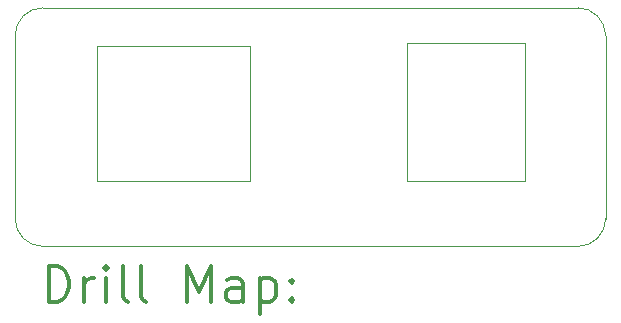
<source format=gbr>
%FSLAX45Y45*%
G04 Gerber Fmt 4.5, Leading zero omitted, Abs format (unit mm)*
G04 Created by KiCad (PCBNEW (5.1.10)-1) date 2022-01-19 22:44:34*
%MOMM*%
%LPD*%
G01*
G04 APERTURE LIST*
%TA.AperFunction,Profile*%
%ADD10C,0.050000*%
%TD*%
%ADD11C,0.200000*%
%ADD12C,0.300000*%
G04 APERTURE END LIST*
D10*
X16445000Y-10240000D02*
X16445000Y-9070000D01*
X17445000Y-10240000D02*
X16445000Y-10240000D01*
X17445000Y-9070000D02*
X17445000Y-10240000D01*
X16445000Y-9070000D02*
X17445000Y-9070000D01*
X13820000Y-10240000D02*
X13820000Y-9090000D01*
X15120000Y-10240000D02*
X13820000Y-10240000D01*
X15120000Y-9090000D02*
X15120000Y-10240000D01*
X13820000Y-9090000D02*
X15120000Y-9090000D01*
X13130000Y-10555000D02*
G75*
G03*
X13365000Y-10790000I235000J0D01*
G01*
X17895000Y-10790000D02*
G75*
G03*
X18130000Y-10555000I0J235000D01*
G01*
X18130000Y-9005000D02*
G75*
G03*
X17895000Y-8770000I-235000J0D01*
G01*
X13365000Y-8770000D02*
G75*
G03*
X13130000Y-9005000I0J-235000D01*
G01*
X18130000Y-9005000D02*
X18130000Y-10555000D01*
X13130000Y-9005000D02*
X13130000Y-10555000D01*
X13365000Y-10790000D02*
X17895000Y-10790000D01*
X13365000Y-8770000D02*
X17895000Y-8770000D01*
D11*
D12*
X13413928Y-11258214D02*
X13413928Y-10958214D01*
X13485357Y-10958214D01*
X13528214Y-10972500D01*
X13556786Y-11001072D01*
X13571071Y-11029643D01*
X13585357Y-11086786D01*
X13585357Y-11129643D01*
X13571071Y-11186786D01*
X13556786Y-11215357D01*
X13528214Y-11243929D01*
X13485357Y-11258214D01*
X13413928Y-11258214D01*
X13713928Y-11258214D02*
X13713928Y-11058214D01*
X13713928Y-11115357D02*
X13728214Y-11086786D01*
X13742500Y-11072500D01*
X13771071Y-11058214D01*
X13799643Y-11058214D01*
X13899643Y-11258214D02*
X13899643Y-11058214D01*
X13899643Y-10958214D02*
X13885357Y-10972500D01*
X13899643Y-10986786D01*
X13913928Y-10972500D01*
X13899643Y-10958214D01*
X13899643Y-10986786D01*
X14085357Y-11258214D02*
X14056786Y-11243929D01*
X14042500Y-11215357D01*
X14042500Y-10958214D01*
X14242500Y-11258214D02*
X14213928Y-11243929D01*
X14199643Y-11215357D01*
X14199643Y-10958214D01*
X14585357Y-11258214D02*
X14585357Y-10958214D01*
X14685357Y-11172500D01*
X14785357Y-10958214D01*
X14785357Y-11258214D01*
X15056786Y-11258214D02*
X15056786Y-11101072D01*
X15042500Y-11072500D01*
X15013928Y-11058214D01*
X14956786Y-11058214D01*
X14928214Y-11072500D01*
X15056786Y-11243929D02*
X15028214Y-11258214D01*
X14956786Y-11258214D01*
X14928214Y-11243929D01*
X14913928Y-11215357D01*
X14913928Y-11186786D01*
X14928214Y-11158214D01*
X14956786Y-11143929D01*
X15028214Y-11143929D01*
X15056786Y-11129643D01*
X15199643Y-11058214D02*
X15199643Y-11358214D01*
X15199643Y-11072500D02*
X15228214Y-11058214D01*
X15285357Y-11058214D01*
X15313928Y-11072500D01*
X15328214Y-11086786D01*
X15342500Y-11115357D01*
X15342500Y-11201071D01*
X15328214Y-11229643D01*
X15313928Y-11243929D01*
X15285357Y-11258214D01*
X15228214Y-11258214D01*
X15199643Y-11243929D01*
X15471071Y-11229643D02*
X15485357Y-11243929D01*
X15471071Y-11258214D01*
X15456786Y-11243929D01*
X15471071Y-11229643D01*
X15471071Y-11258214D01*
X15471071Y-11072500D02*
X15485357Y-11086786D01*
X15471071Y-11101072D01*
X15456786Y-11086786D01*
X15471071Y-11072500D01*
X15471071Y-11101072D01*
M02*

</source>
